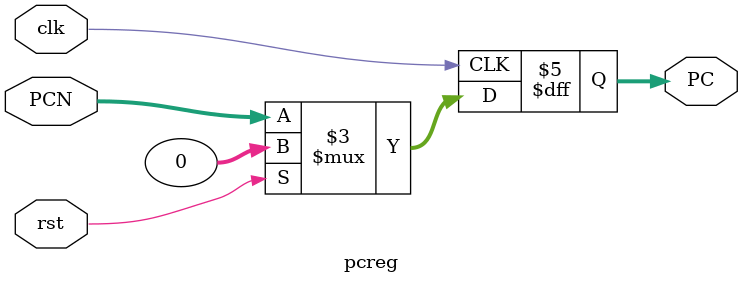
<source format=sv>
module pcreg #(parameter W = 32)(
    input logic clk,
    input logic rst,
    input logic [W-1: 0] PCN,
    output logic [W-1: 0] PC
);

always_ff@(posedge clk)
    if (rst) PC <= {W{1'b0}};
    else PC <= PCN;

endmodule



</source>
